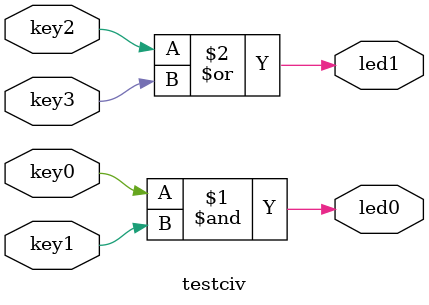
<source format=v>
module testciv(
     input wire key0,
     input wire key1,
     input wire key2,
     input wire key3,
     output wire led0,
     output wire led1
     );

assign led0 = key0 & key1;
assign led1 = key2 | key3;

endmodule
</source>
